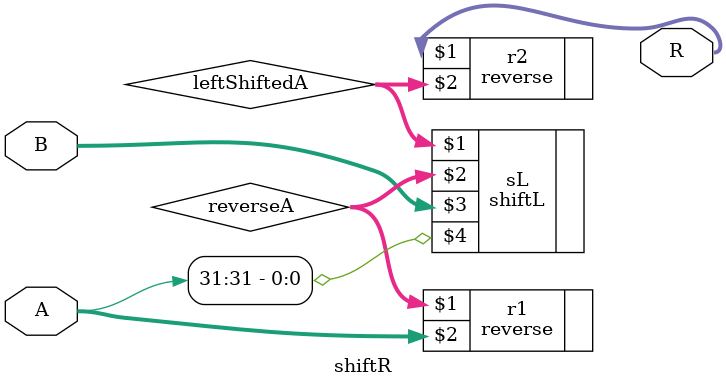
<source format=v>
module shiftR(R, A, B);

input [31:0]  A;  
input [31:0]  B;  
output [31:0] R;

wire [31:0] reverseA,leftShiftedA;

reverse r1(reverseA,A);
shiftL sL(leftShiftedA,reverseA,B,A[31]);
reverse r2(R,leftShiftedA);

endmodule
</source>
